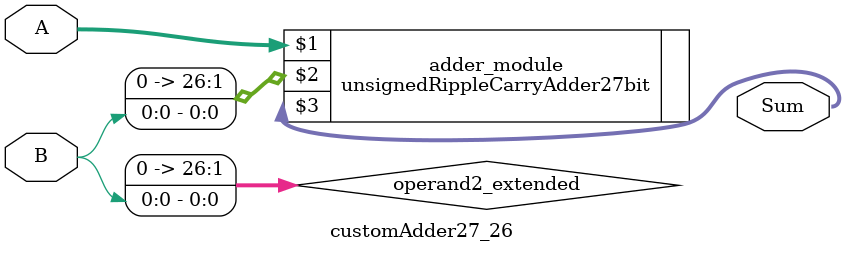
<source format=v>

module customAdder27_26(
                    input [26 : 0] A,
                    input [0 : 0] B,
                    
                    output [27 : 0] Sum
            );

    wire [26 : 0] operand2_extended;
    
    assign operand2_extended =  {26'b0, B};
    
    unsignedRippleCarryAdder27bit adder_module(
        A,
        operand2_extended,
        Sum
    );
    
endmodule
        
</source>
